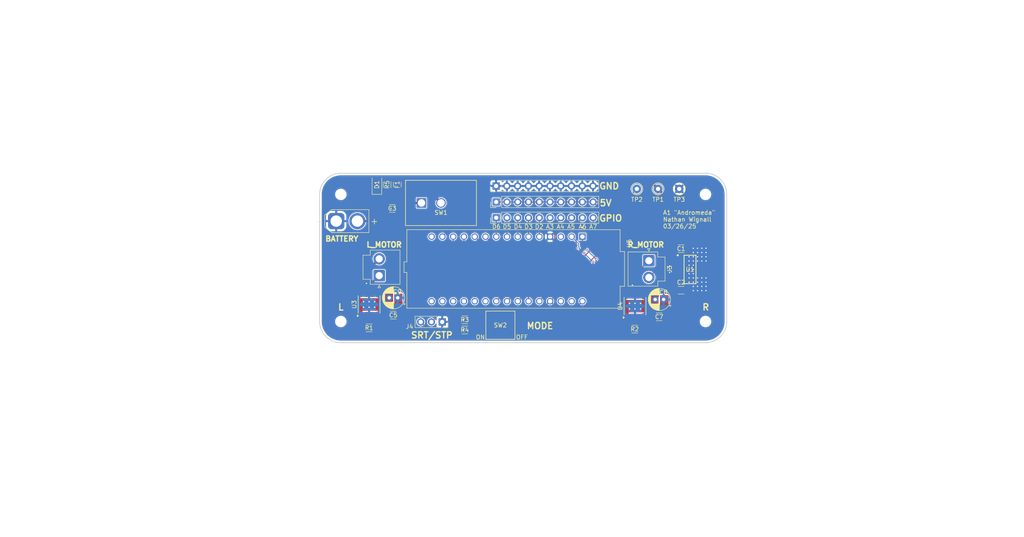
<source format=kicad_pcb>
(kicad_pcb (version 20241229) (generator "pcbnew") (generator_version "9.0")
  (layers (0 "F.Cu" signal) (2 "B.Cu" signal) (13 "F.Paste" user) (15 "B.Paste" user) (5 "F.SilkS" user "F.Silkscreen") (7 "B.SilkS" user "B.Silkscreen") (1 "F.Mask" user) (3 "B.Mask" user) (25 "Edge.Cuts" user))
  (net 0 "")
  (net 1 "Net-(J1-Pin_2)")
  (net 2 "/SRT_STP_MODULE")
  (net 3 "/DIP_SWITCH_OUT1")
  (net 4 "/DIP_SWITCH_OUT2")
  (net 5 "/A5")
  (net 6 "/A3")
  (net 7 "/D2")
  (net 8 "/D3")
  (net 9 "/A4")
  (net 10 "Net-(SW1-B)")
  (net 11 "/A7")
  (net 12 "/D4")
  (net 13 "/D5")
  (net 14 "/A6")
  (net 15 "Net-(U4-ILIM)")
  (net 16 "/R_MOTOR_IN2")
  (net 17 "/R_MOTOR_IN1")
  (net 18 "/L_MOTOR_IN2")
  (net 19 "/L_MOTOR_IN1")
  (net 20 "Net-(J3-Pin_1)")
  (net 21 "Net-(J3-Pin_2)")
  (net 22 "+5V")
  (net 23 "+12V")
  (net 24 "GND")
  (net 25 "/D6")
  (net 26 "Net-(J2-Pin_2)")
  (net 27 "Net-(J2-Pin_1)")
  (net 28 "Net-(U3-ILIM)")
  (net 29 "Net-(D1-A)")
  (footprint "MountingHole:MountingHole_2.2mm_M2" (layer "F.Cu") (at 105.393 101.9)
    (property "Reference" "H1" (hide yes))
    (property "Value" "MountingHole")
    (pad "" np_thru_hole circle (at 0 0) (size 2.2 2.2) (drill 2.2) (layers "*.Cu" "*.Mask"))
  )
  (footprint "Capacitor_SMD:C_1206_3216Metric" (layer "F.Cu") (at 134.625 101.5 180)
    (property "Reference" "R3" (at 0 0 0) (layer "F.SilkS"))
    (property "Value" "100K")
    (pad "1" smd roundrect (at -1.475 0 180) (size 1.15 1.8) (layers "F.Cu" "F.Mask" "F.Paste") (roundrect_rratio 0.217391) (net 4 "/DIP_SWITCH_OUT2"))
    (pad "2" smd roundrect (at 1.475 0 180) (size 1.15 1.8) (layers "F.Cu" "F.Mask" "F.Paste") (roundrect_rratio 0.217391) (net 24 "GND"))
  )
  (footprint "Package_SO:Texas_HTSOP-8-1EP_3.9x4.9mm_P1.27mm_EP2.95x4.9mm_Mask2.4x3.1mm_ThermalVias" (layer "F.Cu") (at 174.765 98.271222 90)
    (property "Reference" "U4" (at 0 -3.5 90) (layer "F.SilkS"))
    (property "Value" "DRV8871DDA")
    (pad "1" smd rect (at -2.875 -1.905 90) (size 2.2 0.5) (layers "F.Cu" "F.Mask" "F.Paste") (net 24 "GND"))
    (pad "2" smd rect (at -2.875 -0.635 90) (size 2.2 0.5) (layers "F.Cu" "F.Mask" "F.Paste") (net 16 "/R_MOTOR_IN2"))
    (pad "3" smd rect (at -2.875 0.635 90) (size 2.2 0.5) (layers "F.Cu" "F.Mask" "F.Paste") (net 17 "/R_MOTOR_IN1"))
    (pad "4" smd rect (at -2.875 1.905 90) (size 2.2 0.5) (layers "F.Cu" "F.Mask" "F.Paste") (net 15 "Net-(U4-ILIM)"))
    (pad "5" smd rect (at 2.875 1.905 90) (size 2.2 0.5) (layers "F.Cu" "F.Mask" "F.Paste") (net 23 "+12V"))
    (pad "6" smd rect (at 2.875 0.635 90) (size 2.2 0.5) (layers "F.Cu" "F.Mask" "F.Paste") (net 20 "Net-(J3-Pin_1)"))
    (pad "7" smd rect (at 2.875 -0.635 90) (size 2.2 0.5) (layers "F.Cu" "F.Mask" "F.Paste") (net 24 "GND"))
    (pad "8" smd rect (at 2.875 -1.905 90) (size 2.2 0.5) (layers "F.Cu" "F.Mask" "F.Paste") (net 21 "Net-(J3-Pin_2)"))
    (pad "9" thru_hole circle (at -0.65 -1.3 90) (size 0.63 0.63) (drill 0.33) (layers "*.Cu" "*.Mask") (net 24 "GND"))
    (pad "9" thru_hole circle (at -0.65 0 90) (size 0.63 0.63) (drill 0.33) (layers "*.Cu" "*.Mask") (net 24 "GND"))
    (pad "9" thru_hole circle (at -0.65 1.3 90) (size 0.63 0.63) (drill 0.33) (layers "*.Cu" "*.Mask") (net 24 "GND"))
    (pad "9" smd rect (at 0 0 90) (size 2.6 3.3) (layers "B.Cu") (net 24 "GND"))
    (pad "9" smd rect (at 0 0 90) (size 2.95 4.9) (layers "F.Cu") (net 24 "GND"))
    (pad "9" thru_hole circle (at 0.65 -1.3 90) (size 0.63 0.63) (drill 0.33) (layers "*.Cu" "*.Mask") (net 24 "GND"))
    (pad "9" thru_hole circle (at 0.65 0 90) (size 0.63 0.63) (drill 0.33) (layers "*.Cu" "*.Mask") (net 24 "GND"))
    (pad "9" thru_hole circle (at 0.65 1.3 90) (size 0.63 0.63) (drill 0.33) (layers "*.Cu" "*.Mask") (net 24 "GND"))
  )
  (footprint "TestPoint:TestPoint_Keystone_5000-5004_Miniature" (layer "F.Cu") (at 180.193 70.6)
    (property "Reference" "TP1" (at 0 2.5 0) (layer "F.SilkS"))
    (property "Value" "12V Test Point")
    (pad "1" thru_hole circle (at 0 0) (size 2 2) (drill 1) (layers "*.Cu" "*.Mask") (net 23 "+12V"))
  )
  (footprint "Capacitor_SMD:C_1206_3216Metric" (layer "F.Cu") (at 185.635 84.711)
    (property "Reference" "C1" (at 0 0 0) (layer "F.SilkS"))
    (property "Value" "0.47uF")
    (pad "1" smd roundrect (at -1.475 0) (size 1.15 1.8) (layers "F.Cu" "F.Mask" "F.Paste") (roundrect_rratio 0.217391) (net 23 "+12V"))
    (pad "2" smd roundrect (at 1.475 0) (size 1.15 1.8) (layers "F.Cu" "F.Mask" "F.Paste") (roundrect_rratio 0.217391) (net 24 "GND"))
  )
  (footprint "MountingHole:MountingHole_2.2mm_M2" (layer "F.Cu") (at 191.393 101.9)
    (property "Reference" "H2" (hide yes))
    (property "Value" "MountingHole")
    (pad "" np_thru_hole circle (at 0 0) (size 2.2 2.2) (drill 2.2) (layers "*.Cu" "*.Mask"))
  )
  (footprint "Connector_AMASS:AMASS_XT30U-M_1x02_P5.0mm_Vertical" (layer "F.Cu") (at 104.3 78.2)
    (property "Reference" "J1" (hide yes))
    (property "Value" "Conn_01x02")
    (fp_text user "+" (at 9 0 0) (layer "F.SilkS") (effects (font (size 1.5 1.5))))
    (fp_text user "-" (at -4 0 0) (layer "F.SilkS") (effects (font (size 1.5 1.5))))
    (pad "1" thru_hole roundrect (at 0 0) (size 3.8 3.8) (drill 2.7) (layers "*.Cu" "*.Mask") (roundrect_rratio 0.2) (net 24 "GND"))
    (pad "2" thru_hole circle (at 5 0) (size 3.8 3.8) (drill 2.7) (layers "*.Cu" "*.Mask") (net 1 "Net-(J1-Pin_2)"))
  )
  (footprint "Connector_PinHeader_2.54mm:PinHeader_1x10_P2.54mm_Vertical" (layer "F.Cu") (at 142.03 77.411 90)
    (property "Reference" "J5" (hide yes))
    (property "Value" "Conn_01x10_Pin")
    (pad "1" thru_hole rect (at 0 0 90) (size 1.7 1.7) (drill 1) (layers "*.Cu" "*.Mask") (net 25 "/D6"))
    (pad "2" thru_hole oval (at 0 2.54 90) (size 1.7 1.7) (drill 1) (layers "*.Cu" "*.Mask") (net 13 "/D5"))
    (pad "3" thru_hole oval (at 0 5.08 90) (size 1.7 1.7) (drill 1) (layers "*.Cu" "*.Mask") (net 12 "/D4"))
    (pad "4" thru_hole oval (at 0 7.62 90) (size 1.7 1.7) (drill 1) (layers "*.Cu" "*.Mask") (net 8 "/D3"))
    (pad "5" thru_hole oval (at 0 10.16 90) (size 1.7 1.7) (drill 1) (layers "*.Cu" "*.Mask") (net 7 "/D2"))
    (pad "6" thru_hole oval (at 0 12.7 90) (size 1.7 1.7) (drill 1) (layers "*.Cu" "*.Mask") (net 6 "/A3"))
    (pad "7" thru_hole oval (at 0 15.24 90) (size 1.7 1.7) (drill 1) (layers "*.Cu" "*.Mask") (net 9 "/A4"))
    (pad "8" thru_hole oval (at 0 17.78 90) (size 1.7 1.7) (drill 1) (layers "*.Cu" "*.Mask") (net 5 "/A5"))
    (pad "9" thru_hole oval (at 0 20.32 90) (size 1.7 1.7) (drill 1) (layers "*.Cu" "*.Mask") (net 14 "/A6"))
    (pad "10" thru_hole oval (at 0 22.86 90) (size 1.7 1.7) (drill 1) (layers "*.Cu" "*.Mask") (net 11 "/A7"))
  )
  (footprint "Connector_JST:JST_VH_B2P-VH_1x02_P3.96mm_Vertical" (layer "F.Cu") (at 114.435 91.0685 90)
    (property "Reference" "J2" (hide yes))
    (property "Value" "Conn_01x02")
    (pad "1" thru_hole roundrect (at 0 0 90) (size 2.7 2.7) (drill 1.7) (layers "*.Cu" "*.Mask") (roundrect_rratio 0.092593) (net 27 "Net-(J2-Pin_1)"))
    (pad "2" thru_hole circle (at 3.96 0 90) (size 2.7 2.7) (drill 1.7) (layers "*.Cu" "*.Mask") (net 26 "Net-(J2-Pin_2)"))
  )
  (footprint "Resistor_SMD:R_1206_3216Metric" (layer "F.Cu") (at 174.7 103.7 180)
    (property "Reference" "R2" (at 0 0 0) (layer "F.SilkS"))
    (property "Value" "30k")
    (pad "1" smd roundrect (at -1.4625 0 180) (size 1.125 1.75) (layers "F.Cu" "F.Mask" "F.Paste") (roundrect_rratio 0.222222) (net 15 "Net-(U4-ILIM)"))
    (pad "2" smd roundrect (at 1.4625 0 180) (size 1.125 1.75) (layers "F.Cu" "F.Mask" "F.Paste") (roundrect_rratio 0.222222) (net 24 "GND"))
  )
  (footprint "footprints:MODULE_NUCLEO-F042K6" (layer "F.Cu") (at 146.106 89.491 -90)
    (property "Reference" "U5" (at -6.0325 -27.305 90) (layer "F.SilkS"))
    (property "Value" "NUCLEO-F042K6")
    (pad "CN3_1" thru_hole rect (at -7.62 -16.256 270) (size 1.524 1.524) (drill 1.016) (layers "*.Cu" "*.Mask") (net 16 "/R_MOTOR_IN2"))
    (pad "CN3_2" thru_hole circle (at -7.62 -13.716 270) (size 1.524 1.524) (drill 1.016) (layers "*.Cu" "*.Mask") (net 17 "/R_MOTOR_IN1"))
    (pad "CN3_3" thru_hole circle (at -7.62 -11.176 270) (size 1.524 1.524) (drill 1.016) (layers "*.Cu" "*.Mask"))
    (pad "CN3_4" thru_hole circle (at -7.62 -8.636 270) (size 1.524 1.524) (drill 1.016) (layers "*.Cu" "*.Mask") (net 24 "GND"))
    (pad "CN3_5" thru_hole circle (at -7.62 -6.096 270) (size 1.524 1.524) (drill 1.016) (layers "*.Cu" "*.Mask") (net 7 "/D2"))
    (pad "CN3_6" thru_hole circle (at -7.62 -3.556 270) (size 1.524 1.524) (drill 1.016) (layers "*.Cu" "*.Mask") (net 8 "/D3"))
    (pad "CN3_7" thru_hole circle (at -7.62 -1.016 270) (size 1.524 1.524) (drill 1.016) (layers "*.Cu" "*.Mask") (net 12 "/D4"))
    (pad "CN3_8" thru_hole circle (at -7.62 1.524 270) (size 1.524 1.524) (drill 1.016) (layers "*.Cu" "*.Mask") (net 13 "/D5"))
    (pad "CN3_9" thru_hole circle (at -7.62 4.064 270) (size 1.524 1.524) (drill 1.016) (layers "*.Cu" "*.Mask") (net 25 "/D6"))
    (pad "CN3_10" thru_hole circle (at -7.62 6.604 270) (size 1.524 1.524) (drill 1.016) (layers "*.Cu" "*.Mask") (net 3 "/DIP_SWITCH_OUT1"))
    (pad "CN3_11" thru_hole circle (at -7.62 9.144 270) (size 1.524 1.524) (drill 1.016) (layers "*.Cu" "*.Mask") (net 4 "/DIP_SWITCH_OUT2"))
    (pad "CN3_12" thru_hole circle (at -7.62 11.684 270) (size 1.524 1.524) (drill 1.016) (layers "*.Cu" "*.Mask") (net 18 "/L_MOTOR_IN2"))
    (pad "CN3_13" thru_hole circle (at -7.62 14.224 270) (size 1.524 1.524) (drill 1.016) (layers "*.Cu" "*.Mask") (net 19 "/L_MOTOR_IN1"))
    (pad "CN3_14" thru_hole circle (at -7.62 16.764 270) (size 1.524 1.524) (drill 1.016) (layers "*.Cu" "*.Mask") (net 2 "/SRT_STP_MODULE"))
    (pad "CN3_15" thru_hole circle (at -7.62 19.304 270) (size 1.524 1.524) (drill 1.016) (layers "*.Cu" "*.Mask"))
    (pad "CN4_1" thru_hole circle (at 7.62 -16.256 270) (size 1.524 1.524) (drill 1.016) (layers "*.Cu" "*.Mask") (net 22 "+5V"))
    (pad "CN4_2" thru_hole circle (at 7.62 -13.716 270) (size 1.524 1.524) (drill 1.016) (layers "*.Cu" "*.Mask"))
    (pad "CN4_3" thru_hole circle (at 7.62 -11.176 270) (size 1.524 1.524) (drill 1.016) (layers "*.Cu" "*.Mask"))
    (pad "CN4_4" thru_hole circle (at 7.62 -8.636 270) (size 1.524 1.524) (drill 1.016) (layers "*.Cu" "*.Mask") (net 22 "+5V"))
    (pad "CN4_5" thru_hole circle (at 7.62 -6.096 270) (size 1.524 1.524) (drill 1.016) (layers "*.Cu" "*.Mask") (net 11 "/A7"))
    (pad "CN4_6" thru_hole circle (at 7.62 -3.556 270) (size 1.524 1.524) (drill 1.016) (layers "*.Cu" "*.Mask") (net 14 "/A6"))
    (pad "CN4_7" thru_hole circle (at 7.62 -1.016 270) (size 1.524 1.524) (drill 1.016) (layers "*.Cu" "*.Mask") (net 5 "/A5"))
    (pad "CN4_8" thru_hole circle (at 7.62 1.524 270) (size 1.524 1.524) (drill 1.016) (layers "*.Cu" "*.Mask") (net 9 "/A4"))
    (pad "CN4_9" thru_hole circle (at 7.62 4.064 270) (size 1.524 1.524) (drill 1.016) (layers "*.Cu" "*.Mask") (net 6 "/A3"))
    (pad "CN4_10" thru_hole circle (at 7.62 6.604 270) (size 1.524 1.524) (drill 1.016) (layers "*.Cu" "*.Mask"))
    (pad "CN4_11" thru_hole circle (at 7.62 9.144 270) (size 1.524 1.524) (drill 1.016) (layers "*.Cu" "*.Mask"))
    (pad "CN4_12" thru_hole circle (at 7.62 11.684 270) (size 1.524 1.524) (drill 1.016) (layers "*.Cu" "*.Mask"))
    (pad "CN4_13" thru_hole circle (at 7.62 14.224 270) (size 1.524 1.524) (drill 1.016) (layers "*.Cu" "*.Mask"))
    (pad "CN4_14" thru_hole circle (at 7.62 16.764 270) (size 1.524 1.524) (drill 1.016) (layers "*.Cu" "*.Mask"))
    (pad "CN4_15" thru_hole circle (at 7.62 19.304 270) (size 1.524 1.524) (drill 1.016) (layers "*.Cu" "*.Mask"))
  )
  (footprint "footprints:SW2_GF-123-0054_CWI" (layer "F.Cu") (at 124.41 73.911 90)
    (property "Reference" "SW1" (at -2.289 4.5974 0) (layer "F.SilkS"))
    (property "Value" "SW_SPST")
    (pad "1" thru_hole rect (at 0 0 90) (size 2.2606 2.2606) (drill 1.7526) (layers "*.Cu" "*.Mask") (net 1 "Net-(J1-Pin_2)"))
    (pad "2" thru_hole circle (at 0 4.5974 90) (size 2.2606 2.2606) (drill 1.7526) (layers "*.Cu" "*.Mask") (net 10 "Net-(SW1-B)"))
  )
  (footprint "Connector_PinHeader_2.54mm:PinHeader_1x10_P2.54mm_Vertical" (layer "F.Cu") (at 142 69.911 90)
    (property "Reference" "J8" (hide yes))
    (property "Value" "Conn_01x10_Pin")
    (pad "1" thru_hole rect (at 0 0 90) (size 1.7 1.7) (drill 1) (layers "*.Cu" "*.Mask") (net 24 "GND"))
    (pad "2" thru_hole oval (at 0 2.54 90) (size 1.7 1.7) (drill 1) (layers "*.Cu" "*.Mask") (net 24 "GND"))
    (pad "3" thru_hole oval (at 0 5.08 90) (size 1.7 1.7) (drill 1) (layers "*.Cu" "*.Mask") (net 24 "GND"))
    (pad "4" thru_hole oval (at 0 7.62 90) (size 1.7 1.7) (drill 1) (layers "*.Cu" "*.Mask") (net 24 "GND"))
    (pad "5" thru_hole oval (at 0 10.16 90) (size 1.7 1.7) (drill 1) (layers "*.Cu" "*.Mask") (net 24 "GND"))
    (pad "6" thru_hole oval (at 0 12.7 90) (size 1.7 1.7) (drill 1) (layers "*.Cu" "*.Mask") (net 24 "GND"))
    (pad "7" thru_hole oval (at 0 15.24 90) (size 1.7 1.7) (drill 1) (layers "*.Cu" "*.Mask") (net 24 "GND"))
    (pad "8" thru_hole oval (at 0 17.78 90) (size 1.7 1.7) (drill 1) (layers "*.Cu" "*.Mask") (net 24 "GND"))
    (pad "9" thru_hole oval (at 0 20.32 90) (size 1.7 1.7) (drill 1) (layers "*.Cu" "*.Mask") (net 24 "GND"))
    (pad "10" thru_hole oval (at 0 22.86 90) (size 1.7 1.7) (drill 1) (layers "*.Cu" "*.Mask") (net 24 "GND"))
  )
  (footprint "Capacitor_SMD:C_1206_3216Metric" (layer "F.Cu") (at 134.625 103.9 180)
    (property "Reference" "R4" (at 0 0 0) (layer "F.SilkS"))
    (property "Value" "100K")
    (pad "1" smd roundrect (at -1.475 0 180) (size 1.15 1.8) (layers "F.Cu" "F.Mask" "F.Paste") (roundrect_rratio 0.217391) (net 3 "/DIP_SWITCH_OUT1"))
    (pad "2" smd roundrect (at 1.475 0 180) (size 1.15 1.8) (layers "F.Cu" "F.Mask" "F.Paste") (roundrect_rratio 0.217391) (net 24 "GND"))
  )
  (footprint "Capacitor_SMD:C_1206_3216Metric" (layer "F.Cu") (at 117.754888 100.401056 180)
    (property "Reference" "C5" (at 0 0 0) (layer "F.SilkS"))
    (property "Value" "0.1uF")
    (pad "1" smd roundrect (at -1.475 0 180) (size 1.15 1.8) (layers "F.Cu" "F.Mask" "F.Paste") (roundrect_rratio 0.217391) (net 24 "GND"))
    (pad "2" smd roundrect (at 1.475 0 180) (size 1.15 1.8) (layers "F.Cu" "F.Mask" "F.Paste") (roundrect_rratio 0.217391) (net 23 "+12V"))
  )
  (footprint "Fuse:Fuse_1206_3216Metric" (layer "F.Cu") (at 118.7 69.6 90)
    (property "Reference" "F1" (at 0 0 90) (layer "F.SilkS"))
    (property "Value" "Fuse_Small")
    (pad "1" smd roundrect (at -1.4 0 90) (size 1.25 1.75) (layers "F.Cu" "F.Mask" "F.Paste") (roundrect_rratio 0.2) (net 10 "Net-(SW1-B)"))
    (pad "2" smd roundrect (at 1.4 0 90) (size 1.25 1.75) (layers "F.Cu" "F.Mask" "F.Paste") (roundrect_rratio 0.2) (net 23 "+12V"))
  )
  (footprint "Capacitor_THT:CP_Radial_D5.0mm_P2.00mm" (layer "F.Cu") (at 118.81 96.301056 180)
    (property "Reference" "C9" (at 0.117 1.401056 180) (layer "F.SilkS"))
    (property "Value" "47uF")
    (pad "1" thru_hole rect (at 0 0 180) (size 1.6 1.6) (drill 0.8) (layers "*.Cu" "*.Mask") (net 24 "GND"))
    (pad "2" thru_hole circle (at 2 0 180) (size 1.6 1.6) (drill 0.8) (layers "*.Cu" "*.Mask") (net 23 "+12V"))
  )
  (footprint "MountingHole:MountingHole_2.2mm_M2" (layer "F.Cu") (at 105.393 71.9)
    (property "Reference" "H4" (hide yes))
    (property "Value" "MountingHole")
    (pad "" np_thru_hole circle (at 0 0) (size 2.2 2.2) (drill 2.2) (layers "*.Cu" "*.Mask"))
  )
  (footprint "TestPoint:TestPoint_Keystone_5000-5004_Miniature" (layer "F.Cu") (at 185.193 70.6)
    (property "Reference" "TP3" (at 0 2.5 0) (layer "F.SilkS"))
    (property "Value" "GND Test Point")
    (pad "1" thru_hole circle (at 0 0) (size 2 2) (drill 1) (layers "*.Cu" "*.Mask") (net 24 "GND"))
  )
  (footprint "Capacitor_SMD:C_1206_3216Metric" (layer "F.Cu") (at 117.51 75.211 180)
    (property "Reference" "C3" (at 0 0 0) (layer "F.SilkS"))
    (property "Value" "0.1uF")
    (pad "1" smd roundrect (at -1.475 0 180) (size 1.15 1.8) (layers "F.Cu" "F.Mask" "F.Paste") (roundrect_rratio 0.217391) (net 1 "Net-(J1-Pin_2)"))
    (pad "2" smd roundrect (at 1.475 0 180) (size 1.15 1.8) (layers "F.Cu" "F.Mask" "F.Paste") (roundrect_rratio 0.217391) (net 24 "GND"))
  )
  (footprint "MountingHole:MountingHole_2.2mm_M2" (layer "F.Cu") (at 191.393 71.9)
    (property "Reference" "H3" (hide yes))
    (property "Value" "MountingHole")
    (pad "" np_thru_hole circle (at 0 0) (size 2.2 2.2) (drill 2.2) (layers "*.Cu" "*.Mask"))
  )
  (footprint "Connector_PinHeader_2.54mm:PinHeader_1x10_P2.54mm_Vertical" (layer "F.Cu") (at 142.03 73.686 90)
    (property "Reference" "J6" (hide yes))
    (property "Value" "Conn_01x10_Pin")
    (pad "1" thru_hole rect (at 0 0 90) (size 1.7 1.7) (drill 1) (layers "*.Cu" "*.Mask") (net 22 "+5V"))
    (pad "2" thru_hole oval (at 0 2.54 90) (size 1.7 1.7) (drill 1) (layers "*.Cu" "*.Mask") (net 22 "+5V"))
    (pad "3" thru_hole oval (at 0 5.08 90) (size 1.7 1.7) (drill 1) (layers "*.Cu" "*.Mask") (net 22 "+5V"))
    (pad "4" thru_hole oval (at 0 7.62 90) (size 1.7 1.7) (drill 1) (layers "*.Cu" "*.Mask") (net 22 "+5V"))
    (pad "5" thru_hole oval (at 0 10.16 90) (size 1.7 1.7) (drill 1) (layers "*.Cu" "*.Mask") (net 22 "+5V"))
    (pad "6" thru_hole oval (at 0 12.7 90) (size 1.7 1.7) (drill 1) (layers "*.Cu" "*.Mask") (net 22 "+5V"))
    (pad "7" thru_hole oval (at 0 15.24 90) (size 1.7 1.7) (drill 1) (layers "*.Cu" "*.Mask") (net 22 "+5V"))
    (pad "8" thru_hole oval (at 0 17.78 90) (size 1.7 1.7) (drill 1) (layers "*.Cu" "*.Mask") (net 22 "+5V"))
    (pad "9" thru_hole oval (at 0 20.32 90) (size 1.7 1.7) (drill 1) (layers "*.Cu" "*.Mask") (net 22 "+5V"))
    (pad "10" thru_hole oval (at 0 22.86 90) (size 1.7 1.7) (drill 1) (layers "*.Cu" "*.Mask") (net 22 "+5V"))
  )
  (footprint "Capacitor_THT:CP_Radial_D5.0mm_P2.00mm" (layer "F.Cu") (at 181.515112 96.696222 180)
    (property "Reference" "C8" (at 0.038112 1.689 0) (layer "F.SilkS"))
    (property "Value" "47uF")
    (pad "1" thru_hole rect (at 0 0 180) (size 1.6 1.6) (drill 0.8) (layers "*.Cu" "*.Mask") (net 24 "GND"))
    (pad "2" thru_hole circle (at 2 0 180) (size 1.6 1.6) (drill 0.8) (layers "*.Cu" "*.Mask") (net 23 "+12V"))
  )
  (footprint "Capacitor_SMD:C_1206_3216Metric" (layer "F.Cu") (at 185.635 94.511)
    (property "Reference" "C2" (at 0 -1.85 0) (layer "F.SilkS"))
    (property "Value" "22uF")
    (pad "1" smd roundrect (at -1.475 0) (size 1.15 1.8) (layers "F.Cu" "F.Mask" "F.Paste") (roundrect_rratio 0.217391) (net 22 "+5V"))
    (pad "2" smd roundrect (at 1.475 0) (size 1.15 1.8) (layers "F.Cu" "F.Mask" "F.Paste") (roundrect_rratio 0.217391) (net 24 "GND"))
  )
  (footprint "LED_SMD:LED_1206_3216Metric" (layer "F.Cu") (at 113.9 69.6 90)
    (property "Reference" "D1" (at 0 0 90) (layer "F.SilkS"))
    (property "Value" "GREEN")
    (pad "1" smd roundrect (at -1.4 0 90) (size 1.25 1.75) (layers "F.Cu" "F.Mask" "F.Paste") (roundrect_rratio 0.2) (net 24 "GND"))
    (pad "2" smd roundrect (at 1.4 0 90) (size 1.25 1.75) (layers "F.Cu" "F.Mask" "F.Paste") (roundrect_rratio 0.2) (net 29 "Net-(D1-A)"))
  )
  (footprint "TestPoint:TestPoint_Keystone_5000-5004_Miniature" (layer "F.Cu") (at 175.193 70.6)
    (property "Reference" "TP2" (at 0 2.5 0) (layer "F.SilkS"))
    (property "Value" "5V Test Point")
    (pad "1" thru_hole circle (at 0 0) (size 2 2) (drill 1) (layers "*.Cu" "*.Mask") (net 22 "+5V"))
  )
  (footprint "Resistor_SMD:R_1206_3216Metric" (layer "F.Cu") (at 116.3 69.6 90)
    (property "Reference" "R5" (at 0 0 90) (layer "F.SilkS"))
    (property "Value" "220")
    (pad "1" smd roundrect (at -1.4625 0 90) (size 1.125 1.75) (layers "F.Cu" "F.Mask" "F.Paste") (roundrect_rratio 0.222222) (net 10 "Net-(SW1-B)"))
    (pad "2" smd roundrect (at 1.4625 0 90) (size 1.125 1.75) (layers "F.Cu" "F.Mask" "F.Paste") (roundrect_rratio 0.222222) (net 29 "Net-(D1-A)"))
  )
  (footprint "Package_SO:Texas_HTSOP-8-1EP_3.9x4.9mm_P1.27mm_EP2.95x4.9mm_Mask2.4x3.1mm_ThermalVias" (layer "F.Cu") (at 112.059888 97.876056 90)
    (property "Reference" "U3" (at 0 -3.5 90) (layer "F.SilkS"))
    (property "Value" "DRV8871DDA")
    (pad "1" smd rect (at -2.875 -1.905 90) (size 2.2 0.5) (layers "F.Cu" "F.Mask" "F.Paste") (net 24 "GND"))
    (pad "2" smd rect (at -2.875 -0.635 90) (size 2.2 0.5) (layers "F.Cu" "F.Mask" "F.Paste") (net 18 "/L_MOTOR_IN2"))
    (pad "3" smd rect (at -2.875 0.635 90) (size 2.2 0.5) (layers "F.Cu" "F.Mask" "F.Paste") (net 19 "/L_MOTOR_IN1"))
    (pad "4" smd rect (at -2.875 1.905 90) (size 2.2 0.5) (layers "F.Cu" "F.Mask" "F.Paste") (net 28 "Net-(U3-ILIM)"))
    (pad "5" smd rect (at 2.875 1.905 90) (size 2.2 0.5) (layers "F.Cu" "F.Mask" "F.Paste") (net 23 "+12V"))
    (pad "6" smd rect (at 2.875 0.635 90) (size 2.2 0.5) (layers "F.Cu" "F.Mask" "F.Paste") (net 27 "Net-(J2-Pin_1)"))
    (pad "7" smd rect (at 2.875 -0.635 90) (size 2.2 0.5) (layers "F.Cu" "F.Mask" "F.Paste") (net 24 "GND"))
    (pad "8" smd rect (at 2.875 -1.905 90) (size 2.2 0.5) (layers "F.Cu" "F.Mask" "F.Paste") (net 26 "Net-(J2-Pin_2)"))
    (pad "9" thru_hole circle (at -0.65 -1.3 90) (size 0.63 0.63) (drill 0.33) (layers "*.Cu" "*.Mask") (net 24 "GND"))
    (pad "9" thru_hole circle (at -0.65 0 90) (size 0.63 0.63) (drill 0.33) (layers "*.Cu" "*.Mask") (net 24 "GND"))
    (pad "9" thru_hole circle (at -0.65 1.3 90) (size 0.63 0.63) (drill 0.33) (layers "*.Cu" "*.Mask") (net 24 "GND"))
    (pad "9" smd rect (at 0 0 90) (size 2.6 3.3) (layers "B.Cu") (net 24 "GND"))
    (pad "9" smd rect (at 0 0 90) (size 2.95 4.9) (layers "F.Cu") (net 24 "GND"))
    (pad "9" thru_hole circle (at 0.65 -1.3 90) (size 0.63 0.63) (drill 0.33) (layers "*.Cu" "*.Mask") (net 24 "GND"))
    (pad "9" thru_hole circle (at 0.65 0 90) (size 0.63 0.63) (drill 0.33) (layers "*.Cu" "*.Mask") (net 24 "GND"))
    (pad "9" thru_hole circle (at 0.65 1.3 90) (size 0.63 0.63) (drill 0.33) (layers "*.Cu" "*.Mask") (net 24 "GND"))
  )
  (footprint "Connector_JST:JST_VH_B2P-VH_1x02_P3.96mm_Vertical" (layer "F.Cu") (at 178.029888 87.543556 -90)
    (property "Reference" "J3" (at 1.98 -4.9 90) (layer "F.SilkS"))
    (property "Value" "Conn_01x02")
    (pad "1" thru_hole roundrect (at 0 0 270) (size 2.7 2.7) (drill 1.7) (layers "*.Cu" "*.Mask") (roundrect_rratio 0.092593) (net 20 "Net-(J3-Pin_1)"))
    (pad "2" thru_hole circle (at 3.96 0 270) (size 2.7 2.7) (drill 1.7) (layers "*.Cu" "*.Mask") (net 21 "Net-(J3-Pin_2)"))
  )
  (footprint "footprints:DS04-254-2-02BK-SMT_CUD" (layer "F.Cu") (at 143.01 102.77 180)
    (property "Reference" "SW2" (at 0 0 0) (layer "F.SilkS"))
    (property "Value" "SW_DIP_x02")
    (fp_text user "OFF" (at -5.083 -2.83 0) (layer "F.SilkS"))
    (fp_text user "ON" (at 4.717 -2.83 0) (layer "F.SilkS"))
    (pad "1" smd rect (at -4.7498 -1.27 180) (size 1.4224 0.5588) (layers "F.Cu" "F.Mask" "F.Paste") (net 22 "+5V"))
    (pad "2" smd rect (at -4.7498 1.27 180) (size 1.4224 0.5588) (layers "F.Cu" "F.Mask" "F.Paste") (net 22 "+5V"))
    (pad "3" smd rect (at 4.7498 1.27 180) (size 1.4224 0.5588) (layers "F.Cu" "F.Mask" "F.Paste") (net 4 "/DIP_SWITCH_OUT2"))
    (pad "4" smd rect (at 4.7498 -1.27 180) (size 1.4224 0.5588) (layers "F.Cu" "F.Mask" "F.Paste") (net 3 "/DIP_SWITCH_OUT1"))
  )
  (footprint "footprints:DCY0004A_N" (layer "F.Cu") (at 187.734999 89.611)
    (property "Reference" "U1" (at 0 0 0) (layer "F.SilkS"))
    (property "Value" "LM2940IMPX-5.0/NOPB")
    (pad "1" smd rect (at -2.899999 -2.3 90) (size 1 2.4) (layers "F.Cu" "F.Mask" "F.Paste") (net 23 "+12V"))
    (pad "2" smd rect (at -2.899999 0 90) (size 1 2.4) (layers "F.Cu" "F.Mask" "F.Paste") (net 24 "GND"))
    (pad "3" smd rect (at -2.899999 2.3 90) (size 1 2.4) (layers "F.Cu" "F.Mask" "F.Paste") (net 22 "+5V"))
    (pad "4" smd rect (at 2.900002 0 90) (size 3.300001 2.4) (layers "F.Cu" "F.Mask" "F.Paste") (net 24 "GND"))
  )
  (footprint "Capacitor_SMD:C_1206_3216Metric" (layer "F.Cu") (at 180.46 100.796222 180)
    (property "Reference" "C7" (at 0 0 0) (layer "F.SilkS"))
    (property "Value" "0.1uF")
    (pad "1" smd roundrect (at -1.475 0 180) (size 1.15 1.8) (layers "F.Cu" "F.Mask" "F.Paste") (roundrect_rratio 0.217391) (net 24 "GND"))
    (pad "2" smd roundrect (at 1.475 0 180) (size 1.15 1.8) (layers "F.Cu" "F.Mask" "F.Paste") (roundrect_rratio 0.217391) (net 23 "+12V"))
  )
  (footprint "Connector_PinSocket_2.54mm:PinSocket_1x03_P2.54mm_Vertical" (layer "F.Cu") (at 129.3 102 -90)
    (property "Reference" "J4" (at 1.1 7.7 180) (layer "F.SilkS"))
    (property "Value" "Conn_01x03_Socket")
    (pad "1" thru_hole rect (at 0 0 270) (size 1.7 1.7) (drill 1) (layers "*.Cu" "*.Mask") (net 24 "GND"))
    (pad "2" thru_hole oval (at 0 2.54 270) (size 1.7 1.7) (drill 1) (layers "*.Cu" "*.Mask") (net 2 "/SRT_STP_MODULE"))
    (pad "3" thru_hole oval (at 0 5.08 270) (size 1.7 1.7) (drill 1) (layers "*.Cu" "*.Mask") (net 22 "+5V"))
  )
  (footprint "Resistor_SMD:R_1206_3216Metric" (layer "F.Cu") (at 112.054888 103.401056 180)
    (property "Reference" "R1" (at 0 0 0) (layer "F.SilkS"))
    (property "Value" "30k")
    (pad "1" smd roundrect (at -1.4625 0 180) (size 1.125 1.75) (layers "F.Cu" "F.Mask" "F.Paste") (roundrect_rratio 0.222222) (net 28 "Net-(U3-ILIM)"))
    (pad "2" smd roundrect (at 1.4625 0 180) (size 1.125 1.75) (layers "F.Cu" "F.Mask" "F.Paste") (roundrect_rratio 0.222222) (net 24 "GND"))
  )
  (gr_line (start 196.393 71.9) (end 196.393 101.9) (stroke (width 0.2)) (layer "Edge.Cuts"))
  (gr_arc (start 191.393983 66.9) (mid 194.928882 68.364814) (end 196.393 71.9) (stroke (width 0.2)) (layer "Edge.Cuts"))
  (gr_line (start 105.396634 66.900002) (end 191.393 66.9) (stroke (width 0.2)) (layer "Edge.Cuts"))
  (gr_arc (start 105.393 106.9) (mid 101.857466 105.435534) (end 100.393 101.9) (stroke (width 0.2)) (layer "Edge.Cuts"))
  (gr_line (start 100.393 101.9) (end 100.393 71.9) (stroke (width 0.2)) (layer "Edge.Cuts"))
  (gr_arc (start 100.393 71.9) (mid 101.858751 68.363182) (end 105.396634 66.900001) (stroke (width 0.2)) (layer "Edge.Cuts"))
  (gr_arc (start 196.393 101.9) (mid 194.927907 105.436161) (end 191.391227 106.9) (stroke (width 0.2)) (layer "Edge.Cuts"))
  (gr_line (start 191.391227 106.9) (end 105.393 106.9) (stroke (width 0.2)) (layer "Edge.Cuts"))
  (gr_text "GND" (at 166.193 70.8 0) (layer "F.SilkS") (effects (font (size 1.5 1.5) (thickness 0.3) (bold yes)) (justify left bottom)))
  (gr_text "A1 {dblquote}Andromeda{dblquote}\nNathan Wignall\n03/26/25" (at 181.3 80 0) (layer "F.SilkS") (effects (font (size 1 1)) (justify left bottom)))
  (gr_text "R_MOTOR" (at 172.9 84.5 0) (layer "F.SilkS") (effects (font (size 1.25 1.25) (thickness 0.3) (bold yes)) (justify left bottom)))
  (gr_text "SRT/STP" (at 121.8 106 0) (layer "F.SilkS") (effects (font (size 1.5 1.5) (thickness 0.3) (bold yes)) (justify left bottom)))
  (gr_text "GPIO" (at 166.193 78.4 0) (layer "F.SilkS") (effects (font (size 1.5 1.5) (thickness 0.3) (bold yes)) (justify left bottom)))
  (gr_text "5V" (at 166.293 74.8 0) (layer "F.SilkS") (effects (font (size 1.5 1.5) (thickness 0.3) (bold yes)) (justify left bottom)))
  (gr_text "A3" (at 153.693 80.1 0) (layer "F.SilkS") (effects (font (size 1 1)) (justify left bottom)))
  (gr_text "A4" (at 156.193 80.1 0) (layer "F.SilkS") (effects (font (size 1 1)) (justify left bottom)))
  (gr_text "A7" (at 163.893 80.1 0) (layer "F.SilkS") (effects (font (size 1 1)) (justify left bottom)))
  (gr_text "D5" (at 143.493 80.1 0) (layer "F.SilkS") (effects (font (size 1 1)) (justify left bottom)))
  (gr_text "BATTERY" (at 101.6 83.1 0) (layer "F.SilkS") (effects (font (size 1.25 1.25) (thickness 0.3) (bold yes)) (justify left bottom)))
  (gr_text "D2\n" (at 151.093 80.1 0) (layer "F.SilkS") (effects (font (size 1 1)) (justify left bottom)))
  (gr_text "L_MOTOR" (at 111.3 84.5 0) (layer "F.SilkS") (effects (font (size 1.25 1.25) (thickness 0.3) (bold yes)) (justify left bottom)))
  (gr_text "MODE" (at 149.093 103.8 0) (layer "F.SilkS") (effects (font (size 1.5 1.5) (thickness 0.3) (bold yes)) (justify left bottom)))
  (gr_text "D3" (at 148.593 80.1 0) (layer "F.SilkS") (effects (font (size 1 1)) (justify left bottom)))
  (gr_text "L" (at 104.6 99.4 0) (layer "F.SilkS") (effects (font (size 1.5 1.5) (thickness 0.3) (bold yes)) (justify left bottom)))
  (gr_text "A6" (at 161.393 80.1 0) (layer "F.SilkS") (effects (font (size 1 1)) (justify left bottom)))
  (gr_text "R" (at 190.5 99.4 0) (layer "F.SilkS") (effects (font (size 1.5 1.5) (thickness 0.3) (bold yes)) (justify left bottom)))
  (gr_text "A5" (at 158.693 80.1 0) (layer "F.SilkS") (effects (font (size 1 1)) (justify left bottom)))
  (gr_text "D6" (at 140.993 80.1 0) (layer "F.SilkS") (effects (font (size 1 1)) (justify left bottom)))
  (gr_text "D4" (at 146.093 80.1 0) (layer "F.SilkS") (effects (font (size 1 1)) (justify left bottom)))
  (segment (start 118.985 75.211) (end 120.285 73.911) (width 0.5) (layer "F.Cu") (net 1))
  (segment (start 115.996 78.2) (end 118.985 75.211) (width 0.5) (layer "F.Cu") (net 1))
  (segment (start 120.285 73.911) (end 124.41 73.911) (width 0.5) (layer "F.Cu") (net 1))
  (segment (start 109.3 78.2) (end 115.996 78.2) (width 0.5) (layer "F.Cu") (net 1))
  (segment (start 135.7 81.1) (end 135.7 86.826304) (width 0.2) (layer "F.Cu") (net 2))
  (segment (start 128 100.76) (end 126.76 102) (width 0.2) (layer "F.Cu") (net 2))
  (segment (start 130.613 80.6) (end 135.2 80.6) (width 0.2) (layer "F.Cu") (net 2))
  (segment (start 128 94.526304) (end 128 100.76) (width 0.2) (layer "F.Cu") (net 2))
  (segment (start 135.7 86.826304) (end 128 94.526304) (width 0.2) (layer "F.Cu") (net 2))
  (segment (start 135.2 80.6) (end 135.7 81.1) (width 0.2) (layer "F.Cu") (net 2))
  (segment (start 129.342 81.871) (end 130.613 80.6) (width 0.2) (layer "F.Cu") (net 2))
  (segment (start 138.2602 103.881) (end 140.565 101.5762) (width 0.2) (layer "F.Cu") (net 3))
  (segment (start 140.565 82.934) (end 139.502 81.871) (width 0.2) (layer "F.Cu") (net 3))
  (segment (start 138.2602 104.04) (end 136.24 104.04) (width 0.2) (layer "F.Cu") (net 3))
  (segment (start 140.565 101.5762) (end 140.565 82.934) (width 0.2) (layer "F.Cu") (net 3))
  (segment (start 136.1 101.5) (end 138.2602 101.5) (width 0.2) (layer "F.Cu") (net 4))
  (segment (start 138.2602 83.1692) (end 136.962 81.871) (width 0.2) (layer "F.Cu") (net 4))
  (segment (start 138.2602 101.341) (end 138.2602 83.1692) (width 0.2) (layer "F.Cu") (net 4))
  (segment (start 147.122 97.111) (end 158.76 85.473) (width 0.2) (layer "F.Cu") (net 5))
  (segment (start 158.76 85.473) (end 158.76 78.461) (width 0.2) (layer "F.Cu") (net 5))
  (segment (start 158.76 78.461) (end 159.81 77.411) (width 0.2) (layer "F.Cu") (net 5))
  (segment (start 153.264 85.889) (end 142.042 97.111) (width 0.2) (layer "F.Cu") (net 6))
  (segment (start 153.264 78.877) (end 153.264 85.889) (width 0.2) (layer "F.Cu") (net 6))
  (segment (start 154.73 77.411) (end 153.264 78.877) (width 0.2) (layer "F.Cu") (net 6))
  (segment (start 152.202 81.871) (end 152.202 77.423) (width 0.2) (layer "F.Cu") (net 7))
  (segment (start 149.65 77.411) (end 149.65 81.859) (width 0.2) (layer "F.Cu") (net 8))
  (segment (start 144.582 97.111) (end 155.804 85.889) (width 0.2) (layer "F.Cu") (net 9))
  (segment (start 155.804 85.889) (end 155.804 78.877) (width 0.2) (layer "F.Cu") (net 9))
  (segment (start 155.804 78.877) (end 157.27 77.411) (width 0.2) (layer "F.Cu") (net 9))
  (segment (start 126.0964 71) (end 129.0074 73.911) (width 0.5) (layer "F.Cu") (net 10))
  (segment (start 116.3 71.0625) (end 118.6375 71.0625) (width 0.5) (layer "F.Cu") (net 10))
  (segment (start 118.7 71) (end 126.0964 71) (width 0.5) (layer "F.Cu") (net 10))
  (segment (start 164.89 84.423) (end 152.202 97.111) (width 0.2) (layer "F.Cu") (net 11))
  (segment (start 164.89 77.411) (end 164.89 84.423) (width 0.2) (layer "F.Cu") (net 11))
  (segment (start 147.122 81.871) (end 147.122 77.423) (width 0.2) (layer "F.Cu") (net 12))
  (segment (start 144.57 77.411) (end 144.57 81.859) (width 0.2) (layer "F.Cu") (net 13))
  (segment (start 160.884 84.637) (end 149.662 95.859) (width 0.2) (layer "F.Cu") (net 14))
  (segment (start 162.35 77.411) (end 160.884 78.877) (width 0.2) (layer "F.Cu") (net 14))
  (segment (start 149.662 95.859) (end 149.662 97.111) (width 0.2) (layer "F.Cu") (net 14))
  (segment (start 160.884 78.877) (end 160.884 84.637) (width 0.2) (layer "F.Cu") (net 14))
  (segment (start 165.6 103.20569) (end 165.6 87.2) (width 0.2) (layer "F.Cu") (net 16))
  (segment (start 174.13 101.146222) (end 174.13 104.53116) (width 0.2) (layer "F.Cu") (net 16))
  (segment (start 167.27031 104.876) (end 165.6 103.20569) (width 0.2) (layer "F.Cu") (net 16))
  (segment (start 162.362 83.962) (end 162.362 81.871) (width 0.2) (layer "F.Cu") (net 16))
  (segment (start 163.432235 85.032235) (end 162.362 83.962) (width 0.2) (layer "F.Cu") (net 16))
  (segment (start 174.13 104.53116) (end 173.78516 104.876) (width 0.2) (layer "F.Cu") (net 16))
  (segment (start 173.78516 104.876) (end 167.27031 104.876) (width 0.2) (layer "F.Cu") (net 16))
  (via (at 165.6 87.2) (size 0.6) (drill 0.3) (layers "F.Cu" "B.Cu") (net 16))
  (via (at 163.432235 85.032235) (size 0.6) (drill 0.3) (layers "F.Cu" "B.Cu") (net 16))
  (segment (start 165.6 87.2) (end 163.432235 85.032235) (width 0.2) (layer "B.Cu") (net 16))
  (segment (start 167.10421 105.277) (end 164.850765 103.023555) (width 0.2) (layer "F.Cu") (net 17))
  (segment (start 162.732235 85.732235) (end 162.649011 85.732235) (width 0.2) (layer "F.Cu") (net 17))
  (segment (start 175.299 103.92926) (end 173.95126 105.277) (width 0.2) (layer "F.Cu") (net 17))
  (segment (start 164.850765 103.023555) (end 164.850765 87.850765) (width 0.2) (layer "F.Cu") (net 17))
  (segment (start 162.649011 85.732235) (end 161.484 84.567224) (width 0.2) (layer "F.Cu") (net 17))
  (segment (start 173.95126 105.277) (end 167.10421 105.277) (width 0.2) (layer "F.Cu") (net 17))
  (segment (start 175.299 101.247222) (end 175.299 103.92926) (width 0.2) (layer "F.Cu") (net 17))
  (via (at 162.732235 85.732235) (size 0.6) (drill 0.3) (layers "F.Cu" "B.Cu") (net 17))
  (via (at 164.850765 87.850765) (size 0.6) (drill 0.3) (layers "F.Cu" "B.Cu") (net 17))
  (via (at 161.484 84.567224) (size 0.6) (drill 0.3) (layers "F.Cu" "B.Cu") (net 17))
  (segment (start 161.484 83.533) (end 159.822 81.871) (width 0.2) (layer "B.Cu") (net 17))
  (segment (start 164.850765 87.850765) (end 162.732235 85.732235) (width 0.2) (layer "B.Cu") (net 17))
  (segment (start 161.484 84.567224) (end 161.484 83.533) (width 0.2) (layer "B.Cu") (net 17))
  (segment (start 111.424888 101.601056) (end 112.2 102.376168) (width 0.2) (layer "F.Cu") (net 18))
  (segment (start 116.981148 104.978056) (end 134.422 87.537204) (width 0.2) (layer "F.Cu") (net 18))
  (segment (start 112.2 104.374428) (end 112.803628 104.978056) (width 0.2) (layer "F.Cu") (net 18))
  (segment (start 112.803628 104.978056) (end 116.981148 104.978056) (width 0.2) (layer "F.Cu") (net 18))
  (segment (start 112.2 102.376168) (end 112.2 104.374428) (width 0.2) (layer "F.Cu") (net 18))
  (segment (start 134.422 87.537204) (end 134.422 81.871) (width 0.2) (layer "F.Cu") (net 18))
  (segment (start 112.969728 104.577056) (end 116.815048 104.577056) (width 0.2) (layer "F.Cu") (net 19))
  (segment (start 112.653888 100.792056) (end 112.653888 104.261216) (width 0.2) (layer "F.Cu") (net 19))
  (segment (start 116.815048 104.577056) (end 131.882 89.510104) (width 0.2) (layer "F.Cu") (net 19))
  (segment (start 112.653888 104.261216) (end 112.969728 104.577056) (width 0.2) (layer "F.Cu") (net 19))
  (segment (start 131.882 89.510104) (end 131.882 81.871) (width 0.2) (layer "F.Cu") (net 19))
  (segment (start 175.4 95.396222) (end 175.4 90.173444) (width 0.2) (layer "F.Cu") (net 20))
  (segment (start 175.4 90.173444) (end 178.029888 87.543556) (width 0.2) (layer "F.Cu") (net 20))
  (segment (start 179.9 85.3) (end 180.6 86) (width 0.2) (layer "F.Cu") (net 21))
  (segment (start 180.6 88.933444) (end 178.029888 91.503556) (width 0.2) (layer "F.Cu") (net 21))
  (segment (start 180.6 86) (end 180.6 88.933444) (width 0.2) (layer "F.Cu") (net 21))
  (segment (start 176 85.3) (end 179.9 85.3) (width 0.2) (layer "F.Cu") (net 21))
  (segment (start 172.86 88.44) (end 176 85.3) (width 0.2) (layer "F.Cu") (net 21))
  (segment (start 172.86 95.396222) (end 172.86 88.44) (width 0.2) (layer "F.Cu") (net 21))
  (segment (start 147.7598 101.5) (end 150.353 101.5) (width 0.2) (layer "F.Cu") (net 22))
  (segment (start 139.3 105.7) (end 140.96 104.04) (width 0.2) (layer "F.Cu") (net 22))
  (segment (start 127.92 105.7) (end 139.3 105.7) (width 0.2) (layer "F.Cu") (net 22))
  (segment (start 184.16 104.44) (end 182.922 105.678) (width 0.2) (layer "F.Cu") (net 22))
  (segment (start 154.742 97.111) (end 166.81 85.043) (width 0.2) (layer "F.Cu") (net 22))
  (segment (start 166.81 85.043) (end 166.81 75.606) (width 0.2) (layer "F.Cu") (net 22))
  (segment (start 147.7598 104.04) (end 147.7598 101.5) (width 0.2) (layer "F.Cu") (net 22))
  (segment (start 150.353 101.5) (end 154.742 97.111) (width 0.2) (layer "F.Cu") (net 22))
  (segment (start 124.22 102) (end 127.92 105.7) (width 0.2) (layer "F.Cu") (net 22))
  (segment (start 154.742 97.111) (end 155.805 98.174) (width 0.2) (layer "F.Cu") (net 22))
  (segment (start 164.89 73.686) (end 142.03 73.686) (width 0.2) (layer "F.Cu") (net 22))
  (segment (start 140.96 104.04) (end 147.7598 104.04) (width 0.2) (layer "F.Cu") (net 22))
  (segment (start 161.299 98.174) (end 162.362 97.111) (width 0.2) (layer "F.Cu") (net 22))
  (segment (start 172.107 73.686) (end 164.89 73.686) (width 0.2) (layer "F.Cu") (net 22))
  (segment (start 166.81 75.606) (end 164.89 73.686) (width 0.2) (layer "F.Cu") (net 22))
  (segment (start 149.3978 105.678) (end 147.7598 104.04) (width 0.2) (layer "F.Cu") (net 22))
  (segment (start 175.193 70.6) (end 172.107 73.686) (width 0.2) (layer "F.Cu") (net 22))
  (segment (start 182.922 105.678) (end 149.3978 105.678) (width 0.2) (layer "F.Cu") (net 22))
  (segment (start 155.805 98.174) (end 161.299 98.174) (width 0.2) (layer "F.Cu") (net 22))
  (segment (start 184.16 94.511) (end 184.16 104.44) (width 0.2) (layer "F.Cu") (net 22))
  (segment (start 184.835 87.311) (end 183.435 87.311) (width 0.2) (layer "F.Cu") (net 23))
  (segment (start 177.244001 67.651001) (end 132.1 67.651001) (width 0.5) (layer "F.Cu") (net 23))
  (segment (start 116.81 96.301056) (end 116.81 86.79) (width 0.5) (layer "F.Cu") (net 23))
  (segment (start 126.2 77.4) (end 130.6 77.4) (width 0.5) (layer "F.Cu") (net 23))
  (segment (start 132.1 67.651001) (end 119.248999 67.651001) (width 0.5) (layer "F.Cu") (net 23))
  (segment (start 184.16 84.711) (end 184.16 74.567) (width 0.5) (layer "F.Cu") (net 23))
  (segment (start 180.315111 90.430889) (end 180.315111 95.896223) (width 0.2) (layer "F.Cu") (net 23))
  (segment (start 183.435 87.311) (end 180.315111 90.430889) (width 0.2) (layer "F.Cu") (net 23))
  (segment (start 180.315111 95.896223) (end 179.515112 96.696222) (width 0.2) (layer "F.Cu") (net 23))
  (segment (start 130.6 77.4) (end 132.1 75.9) (width 0.5) (layer "F.Cu") (net 23))
  (segment (start 119.248999 67.651001) (end 118.7 68.2) (width 0.5) (layer "F.Cu") (net 23))
  (segment (start 116.81 86.79) (end 126.2 77.4) (width 0.5) (layer "F.Cu") (net 23))
  (segment (start 132.1 75.9) (end 132.1 67.651001) (width 0.5) (layer "F.Cu") (net 23))
  (segment (start 180.193 70.6) (end 177.244001 67.651001) (width 0.5) (layer "F.Cu") (net 23))
  (segment (start 184.16 74.567) (end 180.193 70.6) (width 0.5) (layer "F.Cu") (net 23))
  (segment (start 113.9 71) (end 113.9 69.7) (width 0.2) (layer "F.Cu") (net 24))
  (segment (start 133.15 103.9) (end 134.3 103.9) (width 0.2) (layer "F.Cu") (net 24))
  (segment (start 116.035 75.211) (end 117.21 75.211) (width 0.5) (layer "F.Cu") (net 24))
  (segment (start 133.15 101.5) (end 134.3 101.5) (width 0.2) (layer "F.Cu") (net 24))
  (via (at 134.3 101.5) (size 0.6) (drill 0.3) (layers "F.Cu" "B.Cu") (net 24))
  (via (at 189.51 87.611) (size 0.6) (drill 0.3) (layers "F.Cu" "B.Cu") (net 24))
  (via (at 187.51 90.611) (size 0.6) (drill 0.3) (layers "F.Cu" "B.Cu") (net 24))
  (via (at 191.51 86.611) (size 0.6) (drill 0.3) (layers "F.Cu" "B.Cu") (net 24))
  (via (at 188.51 85.611) (size 0.6) (drill 0.3) (layers "F.Cu" "B.Cu") (net 24))
  (via (at 113.9 69.7) (size 0.6) (drill 0.3) (layers "F.Cu" "B.Cu") (net 24))
  (via (at 189.51 91.611) (size 0.6) (drill 0.3) (layers "F.Cu" "B.Cu") (net 24))
  (via (at 190.51 87.611) (size 0.6) (drill 0.3) (layers "F.Cu" "B.Cu") (net 24))
  (via (at 188.51 93.611) (size 0.6) (drill 0.3) (layers "F.Cu" "B.Cu") (net 24))
  (via (at 190.51 94.611) (size 0.6) (drill 0.3) (layers "F.Cu" "B.Cu") (net 24))
  (via (at 187.51 88.611) (size 0.6) (drill 0.3) (layers "F.Cu" "B.Cu") (net 24))
  (via (at 187.51 86.611) (size 0.6) (drill 0.3) (layers "F.Cu" "B.Cu") (net 24))
  (via (at 182.91 88.811) (size 0.6) (drill 0.3) (layers "F.Cu" "B.Cu") (net 24))
  (via (at 189.51 92.611) (size 0.6) (drill 0.3) (layers "F.Cu" "B.Cu") (net 24))
  (via (at 187.51 91.611) (size 0.6) (drill 0.3) (layers "F.Cu" "B.Cu") (net 24))
  (via (at 189.51 84.611) (size 0.6) (drill 0.3) (layers "F.Cu" "B.Cu") (net 24))
  (via (at 191.51 87.611) (size 0.6) (drill 0.3) (layers "F.Cu" "B.Cu") (net 24))
  (via (at 191.51 94.611) (size 0.6) (drill 0.3) (layers "F.Cu" "B.Cu") (net 24))
  (via (at 182.91 90.311) (size 0.6) (drill 0.3) (layers "F.Cu" "B.Cu") (net 24))
  (via (at 190.51 84.611) (size 0.6) (drill 0.3) (layers "F.Cu" "B.Cu") (net 24))
  (via (at 190.51 92.611) (size 0.6) (drill 0.3) (layers "F.Cu" "B.Cu") (net 24))
  (via (at 189.51 85.611) (size 0.6) (drill 0.3) (layers "F.Cu" "B.Cu") (net 24))
  (via (at 187.51 87.611) (size 0.6) (drill 0.3) (layers "F.Cu" "B.Cu") (net 24))
  (via (at 190.51 93.611) (size 0.6) (drill 0.3) (layers "F.Cu" "B.Cu") (net 24))
  (via (at 189.51 86.611) (size 0.6) (drill 0.3) (layers "F.Cu" "B.Cu") (net 24))
  (via (at 191.51 91.611) (size 0.6) (drill 0.3) (layers "F.Cu" "B.Cu") (net 24))
  (via (at 188.51 88.611) (size 0.6) (drill 0.3) (layers "F.Cu" "B.Cu") (net 24))
  (via (at 188.51 86.611) (size 0.6) (drill 0.3) (layers "F.Cu" "B.Cu") (net 24))
  (via (at 191.51 92.611) (size 0.6) (drill 0.3) (layers "F.Cu" "B.Cu") (net 24))
  (via (at 188.51 84.611) (size 0.6) (drill 0.3) (layers "F.Cu" "B.Cu") (net 24))
  (via (at 111.429888 92.911) (size 0.6) (drill 0.3) (layers "F.Cu" "B.Cu") (net 24))
  (via (at 190.51 85.611) (size 0.6) (drill 0.3) (layers "F.Cu" "B.Cu") (net 24))
  (via (at 188.51 87.611) (size 0.6) (drill 0.3) (layers "F.Cu" "B.Cu") (net 24))
  (via (at 134.3 103.9) (size 0.6) (drill 0.3) (layers "F.Cu" "B.Cu") (net 24))
  (via (at 187.51 89.611) (size 0.6) (drill 0.3) (layers "F.Cu" "B.Cu") (net 24))
  (via (at 188.51 92.611) (size 0.6) (drill 0.3) (layers "F.Cu" "B.Cu") (net 24))
  (via (at 117.21 75.211) (size 0.6) (drill 0.3) (layers "F.Cu" "B.Cu") (net 24))
  (via (at 188.51 91.611) (size 0.6) (drill 0.3) (layers "F.Cu" "B.Cu") (net 24))
  (via (at 174.135 93.306166) (size 0.6) (drill 0.3) (layers "F.Cu" "B.Cu") (net 24))
  (via (at 188.51 89.611) (size 0.6) (drill 0.3) (layers "F.Cu" "B.Cu") (net 24))
  (via (at 182.91 89.511) (size 0.6) (drill 0.3) (layers "F.Cu" "B.Cu") (net 24))
  (via (at 191.51 93.611) (size 0.6) (drill 0.3) (layers "F.Cu" "B.Cu") (net 24))
  (via (at 190.51 91.611) (size 0.6) (drill 0.3) (layers "F.Cu" "B.Cu") (net 24))
  (via (at 191.51 84.611) (size 0.6) (drill 0.3) (layers "F.Cu" "B.Cu") (net 24))
  (via (at 188.51 90.611) (size 0.6) (drill 0.3) (layers "F.Cu" "B.Cu") (net 24))
  (via (at 189.51 93.611) (size 0.6) (drill 0.3) (layers "F.Cu" "B.Cu") (net 24))
  (via (at 188.51 94.611) (size 0.6) (drill 0.3) (layers "F.Cu" "B.Cu") (net 24))
  (via (at 187.51 92.611) (size 0.6) (drill 0.3) (layers "F.Cu" "B.Cu") (net 24))
  (via (at 189.51 94.611) (size 0.6) (drill 0.3) (layers "F.Cu" "B.Cu") (net 24))
  (via (at 191.51 85.611) (size 0.6) (drill 0.3) (layers "F.Cu" "B.Cu") (net 24))
  (via (at 190.51 86.611) (size 0.6) (drill 0.3) (layers "F.Cu" "B.Cu") (net 24))
  (segment (start 142.03 77.411) (end 142.03 81.859) (width 0.2) (layer "F.Cu") (net 25))
  (segment (start 114.435 87.1085) (end 110.154888 91.388612) (width 0.5) (layer "F.Cu") (net 26))
  (segment (start 110.154888 91.388612) (end 110.154888 95.001056) (width 0.5) (layer "F.Cu") (net 26))
  (segment (start 112.694888 92.808612) (end 114.435 91.0685) (width 0.5) (layer "F.Cu") (net 27))
  (segment (start 112.694888 95.001056) (end 112.694888 92.808612) (width 0.5) (layer "F.Cu") (net 27))
  (segment (start 113.964888 102.335112) (end 113.964888 100.751056) (width 0.2) (layer "F.Cu") (net 28))
  (segment (start 113.9 102.4) (end 113.964888 102.335112) (width 0.2) (layer "F.Cu") (net 28))
  (segment (start 113.9 103.018444) (end 113.9 102.4) (width 0.2) (layer "F.Cu") (net 28))
  (segment (start 113.9 68.2) (end 116.2375 68.2) (width 0.2) (layer "F.Cu") (net 29))
  (zone (net 24) (net_name "GND") (layer "F.Cu") (priority 6) (connect_pads yes (clearance 0)) (min_thickness 0.25) (fill yes (thermal_gap 0.5) (thermal_bridge_width 0.5))
    (polygon (pts (xy 172.56 99.696222) (xy 172.56 104.796222) (xy 173.96 104.796222) (xy 173.96 102.596222) (xy 173.26 102.596222) (xy 173.26 99.696222)))
  )
  (zone (net 23) (net_name "+12V") (layer "F.Cu") (priority 13) (connect_pads yes (clearance 0)) (min_thickness 0.25) (fill yes (thermal_gap 0.5) (thermal_bridge_width 0.5))
    (polygon (pts (xy 176.4 94.3) (xy 180.3 94.3) (xy 180.3 101.7) (xy 177.8 101.7) (xy 177.8 96.6) (xy 176.4 96.6)))
  )
  (zone (net 24) (net_name "GND") (layer "F.Cu") (priority 7) (connect_pads yes (clearance 0)) (min_thickness 0.25) (fill yes (thermal_gap 0.5) (thermal_bridge_width 0.5))
    (polygon (pts (xy 182.66 101.696222) (xy 182.66 95.696222) (xy 180.66 95.696222) (xy 180.66 101.696222)))
  )
  (zone (net 22) (net_name "+5V") (layer "F.Cu") (priority 4) (connect_pads yes (clearance 0)) (min_thickness 0.25) (fill yes (thermal_gap 0.5) (thermal_bridge_width 0.5))
    (polygon (pts (xy 186.11 91.411) (xy 186.11 95.411) (xy 182.91 95.411) (xy 182.91 91.411)))
  )
  (zone (net 24) (net_name "GND") (layer "F.Cu") (priority 1) (connect_pads yes (clearance 0)) (min_thickness 0.25) (fill yes (thermal_gap 0.5) (thermal_bridge_width 0.5))
    (polygon (pts (xy 111.779888 94.251056) (xy 111.079888 94.251056) (xy 111.079888 91.876056) (xy 111.779888 91.876056)))
  )
  (zone (net 15) (net_name "Net-(U4-ILIM)") (layer "F.Cu") (priority 11) (connect_pads yes (clearance 0)) (min_thickness 0.25) (fill yes (thermal_gap 0.5) (thermal_bridge_width 0.5))
    (polygon (pts (xy 177 100) (xy 177 104.6) (xy 175.6 104.6) (xy 175.6 102.6) (xy 176.3 102.6) (xy 176.3 100)))
  )
  (zone (net 24) (net_name "GND") (layer "F.Cu") (priority 10) (connect_pads yes (clearance 0)) (min_thickness 0.25) (fill yes (thermal_gap 0.5) (thermal_bridge_width 0.5))
    (polygon (pts (xy 118.01 95.311) (xy 118.01 101.411) (xy 119.91 101.411) (xy 119.91 95.311)))
  )
  (zone (net 24) (net_name "GND") (layer "F.Cu") (priority 2) (connect_pads yes (clearance 0)) (min_thickness 0.25) (fill yes (thermal_gap 0.5) (thermal_bridge_width 0.5))
    (polygon (pts (xy 186.11 90.711) (xy 182.41 90.711) (xy 182.41 88.411) (xy 186.11 88.411)))
  )
  (zone (net 23) (net_name "+12V") (layer "F.Cu") (priority 9) (connect_pads yes (clearance 0)) (min_thickness 0.25) (fill yes (thermal_gap 0.5) (thermal_bridge_width 0.5))
    (polygon (pts (xy 113.71 93.911) (xy 113.71 96.111) (xy 115.71 96.111) (xy 115.71 101.311) (xy 117.71 101.311) (xy 117.71 93.911)))
  )
  (zone (net 28) (net_name "Net-(U3-ILIM)") (layer "F.Cu") (priority 5) (connect_pads yes (clearance 0)) (min_thickness 0.25) (fill yes (thermal_gap 0.5) (thermal_bridge_width 0.5))
    (polygon (pts (xy 114.3 99.6) (xy 114.3 104.3) (xy 112.9 104.3) (xy 112.9 102.5) (xy 113.6 102.5) (xy 113.6 99.6)))
  )
  (zone (net 23) (net_name "+12V") (layer "F.Cu") (priority 12) (connect_pads yes (clearance 0)) (min_thickness 0.25) (fill yes (thermal_gap 0.5) (thermal_bridge_width 0.5))
    (polygon (pts (xy 183.6 83.8) (xy 183.6 87.9) (xy 186.1 87.9) (xy 186.1 83.8)))
  )
  (zone (net 24) (net_name "GND") (layer "F.Cu") (priority 8) (connect_pads yes (clearance 0)) (min_thickness 0.25) (fill yes (thermal_gap 0.5) (thermal_bridge_width 0.5))
    (polygon (pts (xy 109.81 99.311) (xy 109.81 104.411) (xy 111.21 104.411) (xy 111.21 102.411) (xy 110.51 102.411) (xy 110.51 99.311)))
  )
  (zone (net 24) (net_name "GND") (layer "F.Cu") (priority 1) (connect_pads yes (clearance 0)) (min_thickness 0.25) (fill yes (thermal_gap 0.5) (thermal_bridge_width 0.5))
    (polygon (pts (xy 174.485 94.646222) (xy 173.785 94.646222) (xy 173.785 92.271222) (xy 174.485 92.271222)))
  )
  (zone (net 22) (net_name "+5V") (layer "F.Cu") (priority 14) (connect_pads yes (clearance 0)) (min_thickness 0.25) (fill yes (thermal_gap 0.5) (thermal_bridge_width 0.5))
    (polygon (pts (xy 147 101.2) (xy 147 104.4) (xy 148.6 104.4) (xy 148.6 101.2)))
  )
  (zone (net 24) (net_name "GND") (layer "F.Cu") (priority 3) (connect_pads yes (clearance 0)) (min_thickness 0.25) (fill yes (thermal_gap 0.5) (thermal_bridge_width 0.5))
    (polygon (pts (xy 186.51 95.411) (xy 186.51 83.811) (xy 192.01 83.811) (xy 192.01 95.411)))
  )
  (zone (net 24) (net_name "GND") (layer "B.Cu") (connect_pads (clearance 0)) (min_thickness 0.25) (fill yes (thermal_gap 0.5) (thermal_bridge_width 0.5))
    (polygon (pts (xy 25.817 26.011) (xy 25.017 152.011) (xy 265.717 152.711) (xy 266.517 27.311)))
  )
)
</source>
